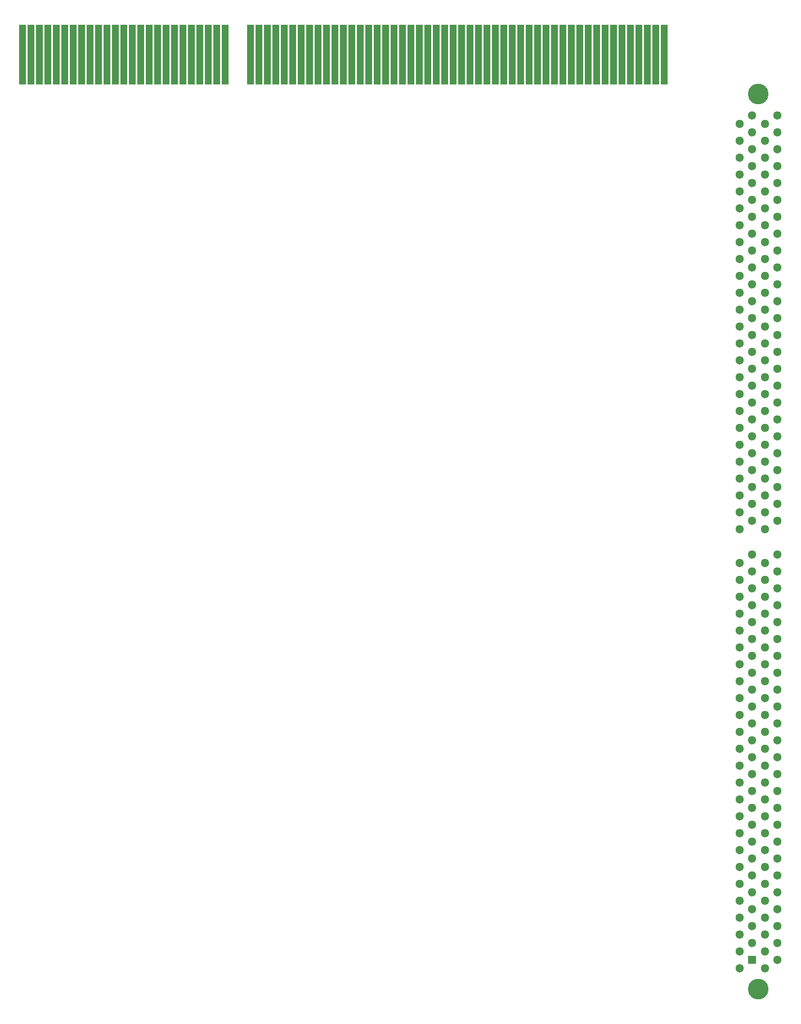
<source format=gbr>
%TF.GenerationSoftware,KiCad,Pcbnew,(5.1.6)-1*%
%TF.CreationDate,2023-02-01T13:27:28-05:00*%
%TF.ProjectId,A1200-adapter,41313230-302d-4616-9461-707465722e6b,rev?*%
%TF.SameCoordinates,Original*%
%TF.FileFunction,Soldermask,Bot*%
%TF.FilePolarity,Negative*%
%FSLAX46Y46*%
G04 Gerber Fmt 4.6, Leading zero omitted, Abs format (unit mm)*
G04 Created by KiCad (PCBNEW (5.1.6)-1) date 2023-02-01 13:27:28*
%MOMM*%
%LPD*%
G01*
G04 APERTURE LIST*
%ADD10C,1.300000*%
%ADD11R,1.300000X1.300000*%
%ADD12C,3.100000*%
%ADD13R,1.000000X9.100000*%
%ADD14R,0.100000X0.100000*%
G04 APERTURE END LIST*
D10*
%TO.C,CON1*%
X161173000Y-104135000D03*
X157363000Y-104135000D03*
X159268000Y-105405000D03*
X155458000Y-105405000D03*
X155458000Y-102865000D03*
X159268000Y-102865000D03*
X157363000Y-101595000D03*
X161173000Y-101595000D03*
X161173000Y-96515000D03*
X157363000Y-96515000D03*
X159268000Y-97785000D03*
X155458000Y-97785000D03*
X155458000Y-100325000D03*
X159268000Y-100325000D03*
X157363000Y-99055000D03*
X161173000Y-99055000D03*
X161173000Y-88895000D03*
X157363000Y-88895000D03*
X159268000Y-90165000D03*
X155458000Y-90165000D03*
X155458000Y-87625000D03*
X159268000Y-87625000D03*
X157363000Y-86355000D03*
X161173000Y-86355000D03*
X161173000Y-91435000D03*
X157363000Y-91435000D03*
X159268000Y-92705000D03*
X155458000Y-92705000D03*
X155458000Y-95245000D03*
X159268000Y-95245000D03*
X157363000Y-93975000D03*
X161173000Y-93975000D03*
X161173000Y-73655000D03*
X157363000Y-73655000D03*
X159268000Y-74925000D03*
X155458000Y-74925000D03*
X155458000Y-72385000D03*
X159268000Y-72385000D03*
X157363000Y-71115000D03*
X161173000Y-71115000D03*
X161173000Y-66035000D03*
X157363000Y-66035000D03*
X159268000Y-67305000D03*
X155458000Y-67305000D03*
X155458000Y-69845000D03*
X159268000Y-69845000D03*
X157363000Y-68575000D03*
X161173000Y-68575000D03*
X161173000Y-78735000D03*
X157363000Y-78735000D03*
X159268000Y-80005000D03*
X155458000Y-80005000D03*
X155458000Y-77465000D03*
X159268000Y-77465000D03*
X157363000Y-76195000D03*
X161173000Y-76195000D03*
X161173000Y-81275000D03*
X157363000Y-81275000D03*
X159268000Y-82545000D03*
X155458000Y-82545000D03*
X155458000Y-85085000D03*
X159268000Y-85085000D03*
X157363000Y-83815000D03*
X161173000Y-83815000D03*
X161173000Y-60955000D03*
X157363000Y-60955000D03*
X159268000Y-62225000D03*
X155458000Y-62225000D03*
X155458000Y-59685000D03*
X159268000Y-59685000D03*
X157363000Y-58415000D03*
X161173000Y-58415000D03*
X161173000Y-53335000D03*
X157363000Y-53335000D03*
X159268000Y-54605000D03*
X155458000Y-54605000D03*
X155458000Y-57145000D03*
X159268000Y-57145000D03*
X157363000Y-55875000D03*
X161173000Y-55875000D03*
X161173000Y-45715000D03*
X157363000Y-45715000D03*
X159268000Y-46985000D03*
X155458000Y-46985000D03*
X155458000Y-44445000D03*
X159268000Y-44445000D03*
X157363000Y-43175000D03*
X161173000Y-43175000D03*
X161173000Y-48255000D03*
X157363000Y-48255000D03*
X159268000Y-49525000D03*
X155458000Y-49525000D03*
X155458000Y-52065000D03*
X159268000Y-52065000D03*
X157363000Y-50795000D03*
X161173000Y-50795000D03*
X161173000Y-63495000D03*
X157363000Y-63495000D03*
X159268000Y-64765000D03*
X155458000Y-64765000D03*
X155458000Y-130805000D03*
X159268000Y-130805000D03*
X157363000Y-129535000D03*
X161173000Y-129535000D03*
X161173000Y-116835000D03*
X157363000Y-116835000D03*
X159268000Y-118105000D03*
X155458000Y-118105000D03*
X155458000Y-115565000D03*
X159268000Y-115565000D03*
X157363000Y-114295000D03*
X161173000Y-114295000D03*
X161173000Y-109215000D03*
X157363000Y-109215000D03*
X159268000Y-110485000D03*
X155458000Y-110485000D03*
X155458000Y-113025000D03*
X159268000Y-113025000D03*
X157363000Y-111755000D03*
X161173000Y-111755000D03*
X161173000Y-121915000D03*
X157363000Y-121915000D03*
X159268000Y-123185000D03*
X155458000Y-123185000D03*
X155458000Y-120645000D03*
X159268000Y-120645000D03*
X157363000Y-119375000D03*
X161173000Y-119375000D03*
X161173000Y-124455000D03*
X157363000Y-124455000D03*
X159268000Y-125725000D03*
X155458000Y-125725000D03*
X155458000Y-128265000D03*
X159268000Y-128265000D03*
X157363000Y-126995000D03*
X161173000Y-126995000D03*
X161173000Y-149855000D03*
X157363000Y-149855000D03*
X159268000Y-151125000D03*
X155458000Y-151125000D03*
X155458000Y-148585000D03*
X159268000Y-148585000D03*
X157363000Y-147315000D03*
X161173000Y-147315000D03*
X161173000Y-142235000D03*
X157363000Y-142235000D03*
X159268000Y-143505000D03*
X155458000Y-143505000D03*
X155458000Y-146045000D03*
X159268000Y-146045000D03*
X157363000Y-144775000D03*
X161173000Y-144775000D03*
X161173000Y-134615000D03*
X157363000Y-134615000D03*
X159268000Y-135885000D03*
X155458000Y-135885000D03*
X155458000Y-133345000D03*
X159268000Y-133345000D03*
X157363000Y-132075000D03*
X161173000Y-132075000D03*
X161173000Y-137155000D03*
X157363000Y-137155000D03*
X159268000Y-138425000D03*
X155458000Y-138425000D03*
X155458000Y-140965000D03*
X159268000Y-140965000D03*
X157363000Y-139695000D03*
X161173000Y-139695000D03*
X161173000Y-160015000D03*
X157363000Y-160015000D03*
X159268000Y-161285000D03*
X155458000Y-161285000D03*
X155458000Y-158745000D03*
X159268000Y-158745000D03*
X157363000Y-157475000D03*
X161173000Y-157475000D03*
X161173000Y-152395000D03*
X157363000Y-152395000D03*
X159268000Y-153665000D03*
X155458000Y-153665000D03*
X155458000Y-156205000D03*
X159268000Y-156205000D03*
X157363000Y-154935000D03*
X161173000Y-154935000D03*
X161173000Y-165095000D03*
X157363000Y-165095000D03*
X159268000Y-166365000D03*
X155458000Y-166365000D03*
X155458000Y-163825000D03*
X159268000Y-163825000D03*
X157363000Y-162555000D03*
X161173000Y-162555000D03*
X161173000Y-167635000D03*
X157363000Y-167635000D03*
X159268000Y-168905000D03*
X155458000Y-168905000D03*
X155458000Y-171445000D03*
X159268000Y-171445000D03*
D11*
X157363000Y-170175000D03*
D10*
X161173000Y-170175000D03*
D12*
X158252000Y-40000000D03*
X158252000Y-174620000D03*
%TD*%
D13*
%TO.C,CON2*%
X48846700Y-34005500D03*
X50116700Y-34005500D03*
X51386700Y-34005500D03*
X52656700Y-34005500D03*
X53926700Y-34005500D03*
X55196700Y-34005500D03*
X56466700Y-34005500D03*
X57736700Y-34005500D03*
X59006700Y-34005500D03*
X60276700Y-34005500D03*
X61546700Y-34005500D03*
X62816700Y-34005500D03*
X64086700Y-34005500D03*
X65356700Y-34005500D03*
X66626700Y-34005500D03*
X67896700Y-34005500D03*
X69166700Y-34005500D03*
X70436700Y-34005500D03*
X71706700Y-34005500D03*
X72976700Y-34005500D03*
X74246700Y-34005500D03*
X75516700Y-34005500D03*
X76786700Y-34005500D03*
X78056700Y-34005500D03*
X81866700Y-34005500D03*
X83136700Y-34005500D03*
X84406700Y-34005500D03*
X85676700Y-34005500D03*
X86946700Y-34005500D03*
X88216700Y-34005500D03*
X89486700Y-34005500D03*
X90756700Y-34005500D03*
X92026700Y-34005500D03*
X93296700Y-34005500D03*
X94566700Y-34005500D03*
X95836700Y-34005500D03*
X97106700Y-34005500D03*
X98376700Y-34005500D03*
X99646700Y-34005500D03*
X100916700Y-34005500D03*
X102186700Y-34005500D03*
X103456700Y-34005500D03*
X104726700Y-34005500D03*
X105996700Y-34005500D03*
X107266700Y-34005500D03*
X108536700Y-34005500D03*
X109806700Y-34005500D03*
X111076700Y-34005500D03*
X112346700Y-34005500D03*
X113616700Y-34005500D03*
X114886700Y-34005500D03*
X116156700Y-34005500D03*
X117426700Y-34005500D03*
X118696700Y-34005500D03*
X119966700Y-34005500D03*
X121236700Y-34005500D03*
X122506700Y-34005500D03*
X123776700Y-34005500D03*
X125046700Y-34005500D03*
X126316700Y-34005500D03*
X127586700Y-34005500D03*
X128856700Y-34005500D03*
X130126700Y-34005500D03*
X131396700Y-34005500D03*
X132666700Y-34005500D03*
X133936700Y-34005500D03*
X135206700Y-34005500D03*
X136476700Y-34005500D03*
X137746700Y-34005500D03*
X139016700Y-34005500D03*
X140286700Y-34005500D03*
X141556700Y-34005500D03*
X142826700Y-34005500D03*
X144096700Y-34005500D03*
D14*
X47576700Y-34005500D03*
X144096700Y-34005500D03*
D13*
X47576700Y-34008040D03*
%TD*%
M02*

</source>
